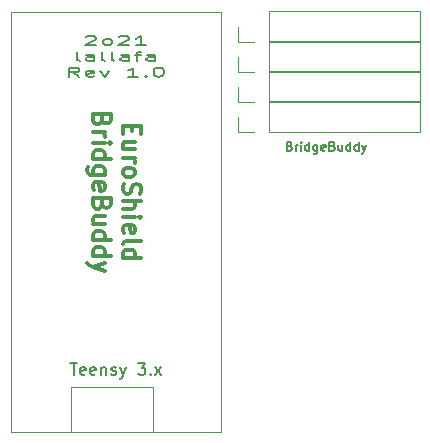
<source format=gbr>
G04 #@! TF.GenerationSoftware,KiCad,Pcbnew,(5.1.5-0-10_14)*
G04 #@! TF.CreationDate,2021-03-13T22:21:17+01:00*
G04 #@! TF.ProjectId,es_bridge,65735f62-7269-4646-9765-2e6b69636164,rev?*
G04 #@! TF.SameCoordinates,Original*
G04 #@! TF.FileFunction,Legend,Top*
G04 #@! TF.FilePolarity,Positive*
%FSLAX46Y46*%
G04 Gerber Fmt 4.6, Leading zero omitted, Abs format (unit mm)*
G04 Created by KiCad (PCBNEW (5.1.5-0-10_14)) date 2021-03-13 22:21:17*
%MOMM*%
%LPD*%
G04 APERTURE LIST*
%ADD10C,0.177800*%
%ADD11C,0.190500*%
%ADD12C,0.300000*%
%ADD13C,0.150000*%
%ADD14C,0.120000*%
G04 APERTURE END LIST*
D10*
X156935714Y-81225571D02*
X157044571Y-81261857D01*
X157080857Y-81298142D01*
X157117142Y-81370714D01*
X157117142Y-81479571D01*
X157080857Y-81552142D01*
X157044571Y-81588428D01*
X156972000Y-81624714D01*
X156681714Y-81624714D01*
X156681714Y-80862714D01*
X156935714Y-80862714D01*
X157008285Y-80899000D01*
X157044571Y-80935285D01*
X157080857Y-81007857D01*
X157080857Y-81080428D01*
X157044571Y-81153000D01*
X157008285Y-81189285D01*
X156935714Y-81225571D01*
X156681714Y-81225571D01*
X157443714Y-81624714D02*
X157443714Y-81116714D01*
X157443714Y-81261857D02*
X157480000Y-81189285D01*
X157516285Y-81153000D01*
X157588857Y-81116714D01*
X157661428Y-81116714D01*
X157915428Y-81624714D02*
X157915428Y-81116714D01*
X157915428Y-80862714D02*
X157879142Y-80899000D01*
X157915428Y-80935285D01*
X157951714Y-80899000D01*
X157915428Y-80862714D01*
X157915428Y-80935285D01*
X158604857Y-81624714D02*
X158604857Y-80862714D01*
X158604857Y-81588428D02*
X158532285Y-81624714D01*
X158387142Y-81624714D01*
X158314571Y-81588428D01*
X158278285Y-81552142D01*
X158242000Y-81479571D01*
X158242000Y-81261857D01*
X158278285Y-81189285D01*
X158314571Y-81153000D01*
X158387142Y-81116714D01*
X158532285Y-81116714D01*
X158604857Y-81153000D01*
X159294285Y-81116714D02*
X159294285Y-81733571D01*
X159258000Y-81806142D01*
X159221714Y-81842428D01*
X159149142Y-81878714D01*
X159040285Y-81878714D01*
X158967714Y-81842428D01*
X159294285Y-81588428D02*
X159221714Y-81624714D01*
X159076571Y-81624714D01*
X159004000Y-81588428D01*
X158967714Y-81552142D01*
X158931428Y-81479571D01*
X158931428Y-81261857D01*
X158967714Y-81189285D01*
X159004000Y-81153000D01*
X159076571Y-81116714D01*
X159221714Y-81116714D01*
X159294285Y-81153000D01*
X159947428Y-81588428D02*
X159874857Y-81624714D01*
X159729714Y-81624714D01*
X159657142Y-81588428D01*
X159620857Y-81515857D01*
X159620857Y-81225571D01*
X159657142Y-81153000D01*
X159729714Y-81116714D01*
X159874857Y-81116714D01*
X159947428Y-81153000D01*
X159983714Y-81225571D01*
X159983714Y-81298142D01*
X159620857Y-81370714D01*
X160564285Y-81225571D02*
X160673142Y-81261857D01*
X160709428Y-81298142D01*
X160745714Y-81370714D01*
X160745714Y-81479571D01*
X160709428Y-81552142D01*
X160673142Y-81588428D01*
X160600571Y-81624714D01*
X160310285Y-81624714D01*
X160310285Y-80862714D01*
X160564285Y-80862714D01*
X160636857Y-80899000D01*
X160673142Y-80935285D01*
X160709428Y-81007857D01*
X160709428Y-81080428D01*
X160673142Y-81153000D01*
X160636857Y-81189285D01*
X160564285Y-81225571D01*
X160310285Y-81225571D01*
X161398857Y-81116714D02*
X161398857Y-81624714D01*
X161072285Y-81116714D02*
X161072285Y-81515857D01*
X161108571Y-81588428D01*
X161181142Y-81624714D01*
X161290000Y-81624714D01*
X161362571Y-81588428D01*
X161398857Y-81552142D01*
X162088285Y-81624714D02*
X162088285Y-80862714D01*
X162088285Y-81588428D02*
X162015714Y-81624714D01*
X161870571Y-81624714D01*
X161798000Y-81588428D01*
X161761714Y-81552142D01*
X161725428Y-81479571D01*
X161725428Y-81261857D01*
X161761714Y-81189285D01*
X161798000Y-81153000D01*
X161870571Y-81116714D01*
X162015714Y-81116714D01*
X162088285Y-81153000D01*
X162777714Y-81624714D02*
X162777714Y-80862714D01*
X162777714Y-81588428D02*
X162705142Y-81624714D01*
X162560000Y-81624714D01*
X162487428Y-81588428D01*
X162451142Y-81552142D01*
X162414857Y-81479571D01*
X162414857Y-81261857D01*
X162451142Y-81189285D01*
X162487428Y-81153000D01*
X162560000Y-81116714D01*
X162705142Y-81116714D01*
X162777714Y-81153000D01*
X163068000Y-81116714D02*
X163249428Y-81624714D01*
X163430857Y-81116714D02*
X163249428Y-81624714D01*
X163176857Y-81806142D01*
X163140571Y-81842428D01*
X163068000Y-81878714D01*
D11*
X139704285Y-71981785D02*
X139775714Y-71945500D01*
X139918571Y-71909214D01*
X140275714Y-71909214D01*
X140418571Y-71945500D01*
X140490000Y-71981785D01*
X140561428Y-72054357D01*
X140561428Y-72126928D01*
X140490000Y-72235785D01*
X139632857Y-72671214D01*
X140561428Y-72671214D01*
X141418571Y-72671214D02*
X141275714Y-72634928D01*
X141204285Y-72598642D01*
X141132857Y-72526071D01*
X141132857Y-72308357D01*
X141204285Y-72235785D01*
X141275714Y-72199500D01*
X141418571Y-72163214D01*
X141632857Y-72163214D01*
X141775714Y-72199500D01*
X141847142Y-72235785D01*
X141918571Y-72308357D01*
X141918571Y-72526071D01*
X141847142Y-72598642D01*
X141775714Y-72634928D01*
X141632857Y-72671214D01*
X141418571Y-72671214D01*
X142490000Y-71981785D02*
X142561428Y-71945500D01*
X142704285Y-71909214D01*
X143061428Y-71909214D01*
X143204285Y-71945500D01*
X143275714Y-71981785D01*
X143347142Y-72054357D01*
X143347142Y-72126928D01*
X143275714Y-72235785D01*
X142418571Y-72671214D01*
X143347142Y-72671214D01*
X144775714Y-72671214D02*
X143918571Y-72671214D01*
X144347142Y-72671214D02*
X144347142Y-71909214D01*
X144204285Y-72018071D01*
X144061428Y-72090642D01*
X143918571Y-72126928D01*
X139168571Y-74004714D02*
X139025714Y-73968428D01*
X138954285Y-73895857D01*
X138954285Y-73242714D01*
X140382857Y-74004714D02*
X140382857Y-73605571D01*
X140311428Y-73533000D01*
X140168571Y-73496714D01*
X139882857Y-73496714D01*
X139740000Y-73533000D01*
X140382857Y-73968428D02*
X140240000Y-74004714D01*
X139882857Y-74004714D01*
X139740000Y-73968428D01*
X139668571Y-73895857D01*
X139668571Y-73823285D01*
X139740000Y-73750714D01*
X139882857Y-73714428D01*
X140240000Y-73714428D01*
X140382857Y-73678142D01*
X141311428Y-74004714D02*
X141168571Y-73968428D01*
X141097142Y-73895857D01*
X141097142Y-73242714D01*
X142097142Y-74004714D02*
X141954285Y-73968428D01*
X141882857Y-73895857D01*
X141882857Y-73242714D01*
X143311428Y-74004714D02*
X143311428Y-73605571D01*
X143240000Y-73533000D01*
X143097142Y-73496714D01*
X142811428Y-73496714D01*
X142668571Y-73533000D01*
X143311428Y-73968428D02*
X143168571Y-74004714D01*
X142811428Y-74004714D01*
X142668571Y-73968428D01*
X142597142Y-73895857D01*
X142597142Y-73823285D01*
X142668571Y-73750714D01*
X142811428Y-73714428D01*
X143168571Y-73714428D01*
X143311428Y-73678142D01*
X143811428Y-73496714D02*
X144382857Y-73496714D01*
X144025714Y-74004714D02*
X144025714Y-73351571D01*
X144097142Y-73279000D01*
X144240000Y-73242714D01*
X144382857Y-73242714D01*
X145525714Y-74004714D02*
X145525714Y-73605571D01*
X145454285Y-73533000D01*
X145311428Y-73496714D01*
X145025714Y-73496714D01*
X144882857Y-73533000D01*
X145525714Y-73968428D02*
X145382857Y-74004714D01*
X145025714Y-74004714D01*
X144882857Y-73968428D01*
X144811428Y-73895857D01*
X144811428Y-73823285D01*
X144882857Y-73750714D01*
X145025714Y-73714428D01*
X145382857Y-73714428D01*
X145525714Y-73678142D01*
X139132857Y-75338214D02*
X138632857Y-74975357D01*
X138275714Y-75338214D02*
X138275714Y-74576214D01*
X138847142Y-74576214D01*
X138990000Y-74612500D01*
X139061428Y-74648785D01*
X139132857Y-74721357D01*
X139132857Y-74830214D01*
X139061428Y-74902785D01*
X138990000Y-74939071D01*
X138847142Y-74975357D01*
X138275714Y-74975357D01*
X140347142Y-75301928D02*
X140204285Y-75338214D01*
X139918571Y-75338214D01*
X139775714Y-75301928D01*
X139704285Y-75229357D01*
X139704285Y-74939071D01*
X139775714Y-74866500D01*
X139918571Y-74830214D01*
X140204285Y-74830214D01*
X140347142Y-74866500D01*
X140418571Y-74939071D01*
X140418571Y-75011642D01*
X139704285Y-75084214D01*
X140918571Y-74830214D02*
X141275714Y-75338214D01*
X141632857Y-74830214D01*
X144132857Y-75338214D02*
X143275714Y-75338214D01*
X143704285Y-75338214D02*
X143704285Y-74576214D01*
X143561428Y-74685071D01*
X143418571Y-74757642D01*
X143275714Y-74793928D01*
X144775714Y-75265642D02*
X144847142Y-75301928D01*
X144775714Y-75338214D01*
X144704285Y-75301928D01*
X144775714Y-75265642D01*
X144775714Y-75338214D01*
X145775714Y-74576214D02*
X145918571Y-74576214D01*
X146061428Y-74612500D01*
X146132857Y-74648785D01*
X146204285Y-74721357D01*
X146275714Y-74866500D01*
X146275714Y-75047928D01*
X146204285Y-75193071D01*
X146132857Y-75265642D01*
X146061428Y-75301928D01*
X145918571Y-75338214D01*
X145775714Y-75338214D01*
X145632857Y-75301928D01*
X145561428Y-75265642D01*
X145490000Y-75193071D01*
X145418571Y-75047928D01*
X145418571Y-74866500D01*
X145490000Y-74721357D01*
X145561428Y-74648785D01*
X145632857Y-74612500D01*
X145775714Y-74576214D01*
D12*
X143622142Y-79482857D02*
X143622142Y-79982857D01*
X142836428Y-80197142D02*
X142836428Y-79482857D01*
X144336428Y-79482857D01*
X144336428Y-80197142D01*
X143836428Y-81482857D02*
X142836428Y-81482857D01*
X143836428Y-80840000D02*
X143050714Y-80840000D01*
X142907857Y-80911428D01*
X142836428Y-81054285D01*
X142836428Y-81268571D01*
X142907857Y-81411428D01*
X142979285Y-81482857D01*
X142836428Y-82197142D02*
X143836428Y-82197142D01*
X143550714Y-82197142D02*
X143693571Y-82268571D01*
X143765000Y-82340000D01*
X143836428Y-82482857D01*
X143836428Y-82625714D01*
X142836428Y-83340000D02*
X142907857Y-83197142D01*
X142979285Y-83125714D01*
X143122142Y-83054285D01*
X143550714Y-83054285D01*
X143693571Y-83125714D01*
X143765000Y-83197142D01*
X143836428Y-83340000D01*
X143836428Y-83554285D01*
X143765000Y-83697142D01*
X143693571Y-83768571D01*
X143550714Y-83840000D01*
X143122142Y-83840000D01*
X142979285Y-83768571D01*
X142907857Y-83697142D01*
X142836428Y-83554285D01*
X142836428Y-83340000D01*
X142907857Y-84411428D02*
X142836428Y-84625714D01*
X142836428Y-84982857D01*
X142907857Y-85125714D01*
X142979285Y-85197142D01*
X143122142Y-85268571D01*
X143265000Y-85268571D01*
X143407857Y-85197142D01*
X143479285Y-85125714D01*
X143550714Y-84982857D01*
X143622142Y-84697142D01*
X143693571Y-84554285D01*
X143765000Y-84482857D01*
X143907857Y-84411428D01*
X144050714Y-84411428D01*
X144193571Y-84482857D01*
X144265000Y-84554285D01*
X144336428Y-84697142D01*
X144336428Y-85054285D01*
X144265000Y-85268571D01*
X142836428Y-85911428D02*
X144336428Y-85911428D01*
X142836428Y-86554285D02*
X143622142Y-86554285D01*
X143765000Y-86482857D01*
X143836428Y-86340000D01*
X143836428Y-86125714D01*
X143765000Y-85982857D01*
X143693571Y-85911428D01*
X142836428Y-87268571D02*
X143836428Y-87268571D01*
X144336428Y-87268571D02*
X144265000Y-87197142D01*
X144193571Y-87268571D01*
X144265000Y-87340000D01*
X144336428Y-87268571D01*
X144193571Y-87268571D01*
X142907857Y-88554285D02*
X142836428Y-88411428D01*
X142836428Y-88125714D01*
X142907857Y-87982857D01*
X143050714Y-87911428D01*
X143622142Y-87911428D01*
X143765000Y-87982857D01*
X143836428Y-88125714D01*
X143836428Y-88411428D01*
X143765000Y-88554285D01*
X143622142Y-88625714D01*
X143479285Y-88625714D01*
X143336428Y-87911428D01*
X142836428Y-89482857D02*
X142907857Y-89340000D01*
X143050714Y-89268571D01*
X144336428Y-89268571D01*
X142836428Y-90697142D02*
X144336428Y-90697142D01*
X142907857Y-90697142D02*
X142836428Y-90554285D01*
X142836428Y-90268571D01*
X142907857Y-90125714D01*
X142979285Y-90054285D01*
X143122142Y-89982857D01*
X143550714Y-89982857D01*
X143693571Y-90054285D01*
X143765000Y-90125714D01*
X143836428Y-90268571D01*
X143836428Y-90554285D01*
X143765000Y-90697142D01*
X141072142Y-79018571D02*
X141000714Y-79232857D01*
X140929285Y-79304285D01*
X140786428Y-79375714D01*
X140572142Y-79375714D01*
X140429285Y-79304285D01*
X140357857Y-79232857D01*
X140286428Y-79090000D01*
X140286428Y-78518571D01*
X141786428Y-78518571D01*
X141786428Y-79018571D01*
X141715000Y-79161428D01*
X141643571Y-79232857D01*
X141500714Y-79304285D01*
X141357857Y-79304285D01*
X141215000Y-79232857D01*
X141143571Y-79161428D01*
X141072142Y-79018571D01*
X141072142Y-78518571D01*
X140286428Y-80018571D02*
X141286428Y-80018571D01*
X141000714Y-80018571D02*
X141143571Y-80090000D01*
X141215000Y-80161428D01*
X141286428Y-80304285D01*
X141286428Y-80447142D01*
X140286428Y-80947142D02*
X141286428Y-80947142D01*
X141786428Y-80947142D02*
X141715000Y-80875714D01*
X141643571Y-80947142D01*
X141715000Y-81018571D01*
X141786428Y-80947142D01*
X141643571Y-80947142D01*
X140286428Y-82304285D02*
X141786428Y-82304285D01*
X140357857Y-82304285D02*
X140286428Y-82161428D01*
X140286428Y-81875714D01*
X140357857Y-81732857D01*
X140429285Y-81661428D01*
X140572142Y-81590000D01*
X141000714Y-81590000D01*
X141143571Y-81661428D01*
X141215000Y-81732857D01*
X141286428Y-81875714D01*
X141286428Y-82161428D01*
X141215000Y-82304285D01*
X141286428Y-83661428D02*
X140072142Y-83661428D01*
X139929285Y-83590000D01*
X139857857Y-83518571D01*
X139786428Y-83375714D01*
X139786428Y-83161428D01*
X139857857Y-83018571D01*
X140357857Y-83661428D02*
X140286428Y-83518571D01*
X140286428Y-83232857D01*
X140357857Y-83090000D01*
X140429285Y-83018571D01*
X140572142Y-82947142D01*
X141000714Y-82947142D01*
X141143571Y-83018571D01*
X141215000Y-83090000D01*
X141286428Y-83232857D01*
X141286428Y-83518571D01*
X141215000Y-83661428D01*
X140357857Y-84947142D02*
X140286428Y-84804285D01*
X140286428Y-84518571D01*
X140357857Y-84375714D01*
X140500714Y-84304285D01*
X141072142Y-84304285D01*
X141215000Y-84375714D01*
X141286428Y-84518571D01*
X141286428Y-84804285D01*
X141215000Y-84947142D01*
X141072142Y-85018571D01*
X140929285Y-85018571D01*
X140786428Y-84304285D01*
X141072142Y-86161428D02*
X141000714Y-86375714D01*
X140929285Y-86447142D01*
X140786428Y-86518571D01*
X140572142Y-86518571D01*
X140429285Y-86447142D01*
X140357857Y-86375714D01*
X140286428Y-86232857D01*
X140286428Y-85661428D01*
X141786428Y-85661428D01*
X141786428Y-86161428D01*
X141715000Y-86304285D01*
X141643571Y-86375714D01*
X141500714Y-86447142D01*
X141357857Y-86447142D01*
X141215000Y-86375714D01*
X141143571Y-86304285D01*
X141072142Y-86161428D01*
X141072142Y-85661428D01*
X141286428Y-87804285D02*
X140286428Y-87804285D01*
X141286428Y-87161428D02*
X140500714Y-87161428D01*
X140357857Y-87232857D01*
X140286428Y-87375714D01*
X140286428Y-87590000D01*
X140357857Y-87732857D01*
X140429285Y-87804285D01*
X140286428Y-89161428D02*
X141786428Y-89161428D01*
X140357857Y-89161428D02*
X140286428Y-89018571D01*
X140286428Y-88732857D01*
X140357857Y-88590000D01*
X140429285Y-88518571D01*
X140572142Y-88447142D01*
X141000714Y-88447142D01*
X141143571Y-88518571D01*
X141215000Y-88590000D01*
X141286428Y-88732857D01*
X141286428Y-89018571D01*
X141215000Y-89161428D01*
X140286428Y-90518571D02*
X141786428Y-90518571D01*
X140357857Y-90518571D02*
X140286428Y-90375714D01*
X140286428Y-90090000D01*
X140357857Y-89947142D01*
X140429285Y-89875714D01*
X140572142Y-89804285D01*
X141000714Y-89804285D01*
X141143571Y-89875714D01*
X141215000Y-89947142D01*
X141286428Y-90090000D01*
X141286428Y-90375714D01*
X141215000Y-90518571D01*
X141286428Y-91090000D02*
X140286428Y-91447142D01*
X141286428Y-91804285D02*
X140286428Y-91447142D01*
X139929285Y-91304285D01*
X139857857Y-91232857D01*
X139786428Y-91090000D01*
D13*
X138359047Y-99592380D02*
X138930476Y-99592380D01*
X138644761Y-100592380D02*
X138644761Y-99592380D01*
X139644761Y-100544761D02*
X139549523Y-100592380D01*
X139359047Y-100592380D01*
X139263809Y-100544761D01*
X139216190Y-100449523D01*
X139216190Y-100068571D01*
X139263809Y-99973333D01*
X139359047Y-99925714D01*
X139549523Y-99925714D01*
X139644761Y-99973333D01*
X139692380Y-100068571D01*
X139692380Y-100163809D01*
X139216190Y-100259047D01*
X140501904Y-100544761D02*
X140406666Y-100592380D01*
X140216190Y-100592380D01*
X140120952Y-100544761D01*
X140073333Y-100449523D01*
X140073333Y-100068571D01*
X140120952Y-99973333D01*
X140216190Y-99925714D01*
X140406666Y-99925714D01*
X140501904Y-99973333D01*
X140549523Y-100068571D01*
X140549523Y-100163809D01*
X140073333Y-100259047D01*
X140978095Y-99925714D02*
X140978095Y-100592380D01*
X140978095Y-100020952D02*
X141025714Y-99973333D01*
X141120952Y-99925714D01*
X141263809Y-99925714D01*
X141359047Y-99973333D01*
X141406666Y-100068571D01*
X141406666Y-100592380D01*
X141835238Y-100544761D02*
X141930476Y-100592380D01*
X142120952Y-100592380D01*
X142216190Y-100544761D01*
X142263809Y-100449523D01*
X142263809Y-100401904D01*
X142216190Y-100306666D01*
X142120952Y-100259047D01*
X141978095Y-100259047D01*
X141882857Y-100211428D01*
X141835238Y-100116190D01*
X141835238Y-100068571D01*
X141882857Y-99973333D01*
X141978095Y-99925714D01*
X142120952Y-99925714D01*
X142216190Y-99973333D01*
X142597142Y-99925714D02*
X142835238Y-100592380D01*
X143073333Y-99925714D02*
X142835238Y-100592380D01*
X142740000Y-100830476D01*
X142692380Y-100878095D01*
X142597142Y-100925714D01*
X144120952Y-99592380D02*
X144740000Y-99592380D01*
X144406666Y-99973333D01*
X144549523Y-99973333D01*
X144644761Y-100020952D01*
X144692380Y-100068571D01*
X144740000Y-100163809D01*
X144740000Y-100401904D01*
X144692380Y-100497142D01*
X144644761Y-100544761D01*
X144549523Y-100592380D01*
X144263809Y-100592380D01*
X144168571Y-100544761D01*
X144120952Y-100497142D01*
X145168571Y-100497142D02*
X145216190Y-100544761D01*
X145168571Y-100592380D01*
X145120952Y-100544761D01*
X145168571Y-100497142D01*
X145168571Y-100592380D01*
X145549523Y-100592380D02*
X146073333Y-99925714D01*
X145549523Y-99925714D02*
X146073333Y-100592380D01*
D14*
X138430000Y-101600000D02*
X138430000Y-105410000D01*
X145415000Y-101600000D02*
X138430000Y-101600000D01*
X145415000Y-105410000D02*
X145415000Y-101600000D01*
X151130000Y-69850000D02*
X151130000Y-105410000D01*
X133350000Y-69850000D02*
X151130000Y-69850000D01*
X133350000Y-105410000D02*
X133350000Y-69850000D01*
X151130000Y-105410000D02*
X133350000Y-105410000D01*
X152594000Y-80070000D02*
X152594000Y-78740000D01*
X153924000Y-80070000D02*
X152594000Y-80070000D01*
X155194000Y-80070000D02*
X155194000Y-77410000D01*
X155194000Y-77410000D02*
X167954000Y-77410000D01*
X155194000Y-80070000D02*
X167954000Y-80070000D01*
X167954000Y-80070000D02*
X167954000Y-77410000D01*
X152594000Y-77530000D02*
X152594000Y-76200000D01*
X153924000Y-77530000D02*
X152594000Y-77530000D01*
X155194000Y-77530000D02*
X155194000Y-74870000D01*
X155194000Y-74870000D02*
X167954000Y-74870000D01*
X155194000Y-77530000D02*
X167954000Y-77530000D01*
X167954000Y-77530000D02*
X167954000Y-74870000D01*
X152594000Y-74990000D02*
X152594000Y-73660000D01*
X153924000Y-74990000D02*
X152594000Y-74990000D01*
X155194000Y-74990000D02*
X155194000Y-72330000D01*
X155194000Y-72330000D02*
X167954000Y-72330000D01*
X155194000Y-74990000D02*
X167954000Y-74990000D01*
X167954000Y-74990000D02*
X167954000Y-72330000D01*
X152594000Y-72450000D02*
X152594000Y-71120000D01*
X153924000Y-72450000D02*
X152594000Y-72450000D01*
X155194000Y-72450000D02*
X155194000Y-69790000D01*
X155194000Y-69790000D02*
X167954000Y-69790000D01*
X155194000Y-72450000D02*
X167954000Y-72450000D01*
X167954000Y-72450000D02*
X167954000Y-69790000D01*
M02*

</source>
